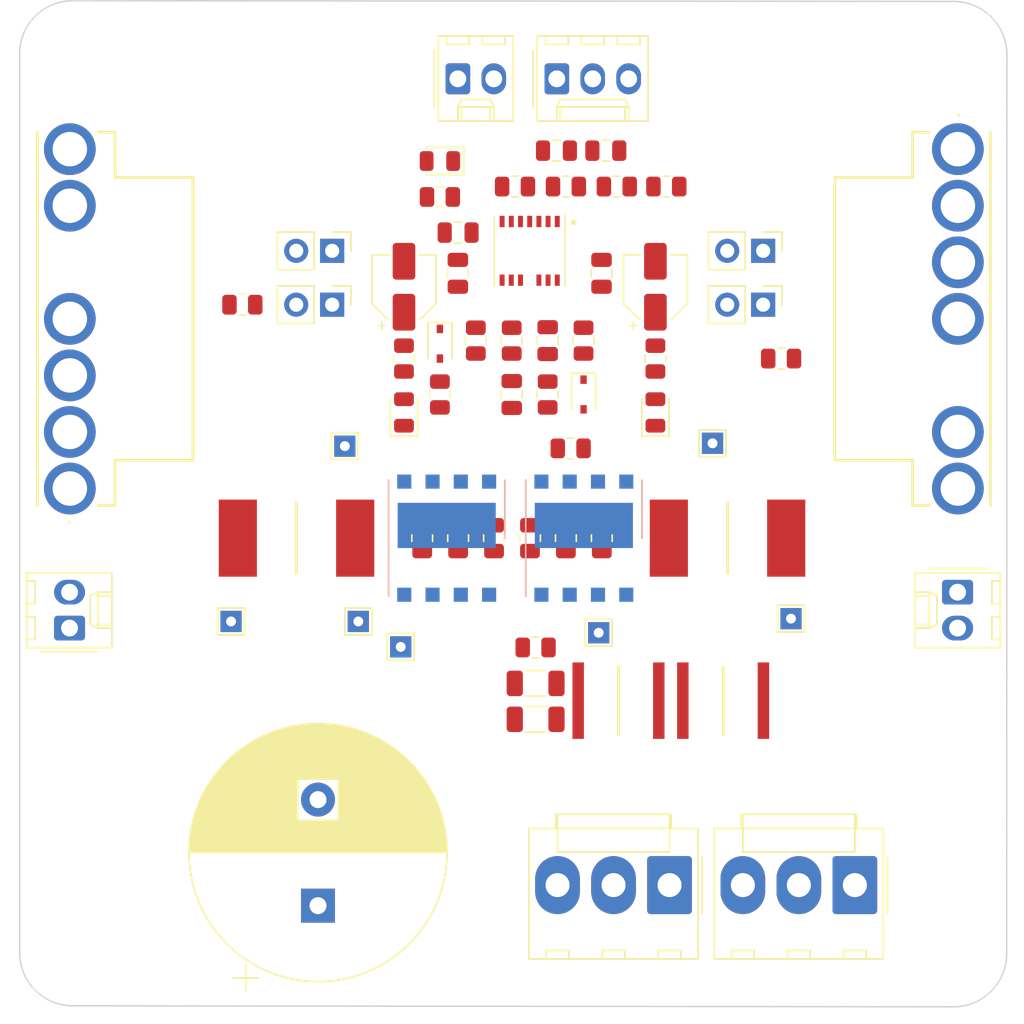
<source format=kicad_pcb>
(kicad_pcb (version 20211014) (generator pcbnew)
  (layers (0 "F.Cu" mixed) (1 "In1.Cu" power "Mid.1") (2 "In2.Cu" power "Mid.2") (31 "B.Cu" mixed) (34 "B.Paste" user) (35 "F.Paste" user) (36 "B.SilkS" user "B.Silkscreen") (37 "F.SilkS" user "F.Silkscreen") (38 "B.Mask" user) (39 "F.Mask" user) (44 "Edge.Cuts" user))
  (net 0 "")
  (net 1 "GND")
  (net 2 "+3.3V")
  (net 3 "VCCA")
  (net 4 "VCCB")
  (net 5 "GND1")
  (net 6 "LED1")
  (net 7 "Net-(C5-Pad1)")
  (net 8 "Net-(C5-Pad2)")
  (net 9 "GND2")
  (net 10 "OUTA")
  (net 11 "GND3")
  (net 12 "Net-(D1-Pad2)")
  (net 13 "Net-(D2-Pad2)")
  (net 14 "Net-(D5-Pad2)")
  (net 15 "Net-(D6-Pad2)")
  (net 16 "Net-(D7-Pad2)")
  (net 17 "Net-(FB3-Pad1)")
  (net 18 "Net-(Q2-Pad8)")
  (net 19 "Net-(J2-Pad1)")
  (net 20 "Net-(J2-Pad3)")
  (net 21 "Net-(FB4-Pad1)")
  (net 22 "HVDC+")
  (net 23 "PWM1")
  (net 24 "PWM2")
  (net 25 "OUTB")
  (net 26 "Net-(C15-Pad2)")
  (net 27 "LED2")
  (net 28 "Net-(C16-Pad2)")
  (net 29 "Net-(C4-Pad2)")
  (net 30 "Net-(J1-Pad1)")
  (net 31 "Net-(J9-Pad1)")
  (net 32 "Net-(Q2-Pad5)")
  (net 33 "Net-(R17-Pad2)")
  (net 35 "Net-(J10-Pad2)")
  (footprint "LED_SMD:LED_0805_2012Metric" (layer "F.Cu") (at 131.37 59.64 180)
    (fp_text reference "D5" hide)
    (fp_text value "LED")
    (pad "1" smd roundrect (at -0.9375 0 180) (size 0.975 1.4) (layers "F.Cu" "F.Paste" "F.Mask") (net 1 "GND"))
    (pad "2" smd roundrect (at 0.9375 0 180) (size 0.975 1.4) (layers "F.Cu" "F.Paste" "F.Mask") (net 14 "Net-(D5-Pad2)"))
  )
  (footprint "Connector_Molex:Molex_KK-254_AE-6410-03A_1x03_P2.54mm_Vertical" (layer "F.Cu") (at 139.63715 53.825)
    (fp_text reference "J2" hide)
    (fp_text value "PWM")
    (pad "1" thru_hole roundrect (at 0 0) (size 1.74 2.19) (drill 1.19) (layers *.Cu *.Mask) (roundrect_rratio 0.143678) (net 19 "Net-(J2-Pad1)"))
    (pad "2" thru_hole oval (at 2.54 0) (size 1.74 2.19) (drill 1.19) (layers *.Cu *.Mask) (net 1 "GND"))
    (pad "3" thru_hole oval (at 5.08 0) (size 1.74 2.19) (drill 1.19) (layers *.Cu *.Mask) (net 20 "Net-(J2-Pad3)"))
  )
  (footprint "MountingHole:MountingHole_3.2mm_M3" (layer "F.Cu") (at 167.530036 52.07)
    (fp_text reference "H3" hide)
    (fp_text value "MountingHole")
    (pad "" np_thru_hole circle (at 0 0) (size 3.2 3.2) (drill 3.2) (layers *.Cu *.Mask))
  )
  (footprint "Resistor_SMD:R_0805_2012Metric" (layer "F.Cu") (at 143.880592 61.445 180)
    (fp_text reference "R16" hide)
    (fp_text value "10k")
    (pad "1" smd roundrect (at -0.9125 0 180) (size 1.025 1.4) (layers "F.Cu" "F.Paste" "F.Mask") (roundrect_rratio 0.243902) (net 23 "PWM1"))
    (pad "2" smd roundrect (at 0.9125 0 180) (size 1.025 1.4) (layers "F.Cu" "F.Paste" "F.Mask") (roundrect_rratio 0.243902) (net 1 "GND"))
  )
  (footprint "Connector_PinHeader_2.54mm:PinHeader_1x02_P2.54mm_Vertical" (layer "F.Cu") (at 123.75 69.8 -90)
    (fp_text reference "J6" hide)
    (fp_text value "5V")
    (pad "1" thru_hole rect (at 0 0 270) (size 1.7 1.7) (drill 1) (layers *.Cu *.Mask) (net 27 "LED2"))
    (pad "2" thru_hole oval (at 0 2.54 270) (size 1.7 1.7) (drill 1) (layers *.Cu *.Mask) (net 4 "VCCB"))
  )
  (footprint "Capacitor_THT:CP_Radial_D18.0mm_P7.50mm" (layer "F.Cu") (at 122.75 112.3 90)
    (fp_text reference "C10" hide)
    (fp_text value "100uF/450V")
    (pad "1" thru_hole rect (at 0 0 90) (size 2.4 2.4) (drill 1.2) (layers *.Cu *.Mask) (net 22 "HVDC+"))
    (pad "2" thru_hole circle (at 7.5 0 90) (size 2.4 2.4) (drill 1.2) (layers *.Cu *.Mask) (net 11 "GND3"))
  )
  (footprint "Resistor_SMD:R_0805_2012Metric" (layer "F.Cu") (at 128.83 73.61 90)
    (fp_text reference "R12" hide)
    (fp_text value "4.7k")
    (pad "1" smd roundrect (at -0.9125 0 90) (size 1.025 1.4) (layers "F.Cu" "F.Paste" "F.Mask") (roundrect_rratio 0.243902) (net 16 "Net-(D7-Pad2)"))
    (pad "2" smd roundrect (at 0.9125 0 90) (size 1.025 1.4) (layers "F.Cu" "F.Paste" "F.Mask") (roundrect_rratio 0.243902) (net 27 "LED2"))
  )
  (footprint "Capacitor_SMD:CP_Elec_4x5.8" (layer "F.Cu") (at 128.83 68.53 90)
    (fp_text reference "C16" hide)
    (fp_text value "10uF/35V")
    (pad "1" smd roundrect (at -1.8 0 90) (size 2.6 1.6) (layers "F.Cu" "F.Paste" "F.Mask") (roundrect_rratio 0.15625) (net 27 "LED2"))
    (pad "2" smd roundrect (at 1.8 0 90) (size 2.6 1.6) (layers "F.Cu" "F.Paste" "F.Mask") (roundrect_rratio 0.15625) (net 28 "Net-(C16-Pad2)"))
  )
  (footprint "2EDF7275KXUMA1:2EDF7275KXUMA1" (layer "F.Cu") (at 137.72 65.99 180)
    (fp_text reference "IC1" hide)
    (fp_text value "2EDF7275KXUMA1" hide)
    (pad "1" smd rect (at -1.95 2.075 180) (size 0.35 0.8) (layers "F.Cu" "F.Paste" "F.Mask") (net 1 "GND"))
    (pad "2" smd rect (at -1.3 2.075 180) (size 0.35 0.8) (layers "F.Cu" "F.Paste" "F.Mask") (net 23 "PWM1"))
    (pad "3" smd rect (at -0.65 2.075 180) (size 0.35 0.8) (layers "F.Cu" "F.Paste" "F.Mask") (net 24 "PWM2"))
    (pad "4" smd rect (at 0 2.075 180) (size 0.35 0.8) (layers "F.Cu" "F.Paste" "F.Mask") (net 1 "GND"))
    (pad "5" smd rect (at 0.65 2.075 180) (size 0.35 0.8) (layers "F.Cu" "F.Paste" "F.Mask") (net 1 "GND"))
    (pad "6" smd rect (at 1.3 2.075 180) (size 0.35 0.8) (layers "F.Cu" "F.Paste" "F.Mask"))
    (pad "7" smd rect (at 1.95 2.075 180) (size 0.35 0.8) (layers "F.Cu" "F.Paste" "F.Mask") (net 2 "+3.3V"))
    (pad "8" smd rect (at 1.95 -2.075 180) (size 0.35 0.8) (layers "F.Cu" "F.Paste" "F.Mask") (net 28 "Net-(C16-Pad2)"))
    (pad "9" smd rect (at 1.3 -2.075 180) (size 0.35 0.8) (layers "F.Cu" "F.Paste" "F.Mask") (net 25 "OUTB"))
    (pad "10" smd rect (at 0.65 -2.075 180) (size 0.35 0.8) (layers "F.Cu" "F.Paste" "F.Mask") (net 27 "LED2"))
    (pad "11" smd rect (at -0.65 -2.075 180) (size 0.35 0.8) (layers "F.Cu" "F.Paste" "F.Mask") (net 26 "Net-(C15-Pad2)"))
    (pad "12" smd rect (at -1.3 -2.075 180) (size 0.35 0.8) (layers "F.Cu" "F.Paste" "F.Mask") (net 10 "OUTA"))
    (pad "13" smd rect (at -1.95 -2.075 180) (size 0.35 0.8) (layers "F.Cu" "F.Paste" "F.Mask") (net 6 "LED1"))
  )
  (footprint "Resistor_SMD:R_0805_2012Metric" (layer "F.Cu") (at 138.14 94.04 180)
    (fp_text reference "R8" hide)
    (fp_text value "500k")
    (pad "1" smd roundrect (at -0.9125 0 180) (size 1.025 1.4) (layers "F.Cu" "F.Paste" "F.Mask") (roundrect_rratio 0.243902) (net 22 "HVDC+"))
    (pad "2" smd roundrect (at 0.9125 0 180) (size 1.025 1.4) (layers "F.Cu" "F.Paste" "F.Mask") (roundrect_rratio 0.243902) (net 11 "GND3"))
  )
  (footprint "Capacitor_SMD:C_0805_2012Metric" (layer "F.Cu") (at 132.66 64.7)
    (fp_text reference "C1" hide)
    (fp_text value "100nF")
    (pad "1" smd roundrect (at -0.95 0) (size 1 1.45) (layers "F.Cu" "F.Paste" "F.Mask") (net 1 "GND"))
    (pad "2" smd roundrect (at 0.95 0) (size 1 1.45) (layers "F.Cu" "F.Paste" "F.Mask") (net 2 "+3.3V"))
  )
  (footprint "CGA9P4X7T2W105K250KA:CAPC5750X280N" (layer "F.Cu") (at 151.4 97.8 180)
    (fp_text reference "C9" hide)
    (fp_text value "1uF/450V" hide)
    (pad "1" smd rect (at -2.85 0 180) (size 0.81 5.41) (layers "F.Cu" "F.Paste" "F.Mask") (net 22 "HVDC+"))
    (pad "2" smd rect (at 2.85 0 180) (size 0.81 5.41) (layers "F.Cu" "F.Paste" "F.Mask") (net 11 "GND3"))
  )
  (footprint "TestPoint:TestPoint_THTPad_1.5x1.5mm_Drill0.7mm" (layer "F.Cu") (at 156.2 92)
    (fp_text reference "TP6" hide)
    (fp_text value "TestPoint_Alt")
    (pad "1" thru_hole rect (at 0 0) (size 1.5 1.5) (drill 0.7) (layers *.Cu *.Mask) (net 22 "HVDC+"))
  )
  (footprint "TestPoint:TestPoint_THTPad_1.5x1.5mm_Drill0.7mm" (layer "F.Cu") (at 116.6 92.2)
    (fp_text reference "TP7" hide)
    (fp_text value "TestPoint_Alt")
    (pad "1" thru_hole rect (at 0 0) (size 1.5 1.5) (drill 0.7) (layers *.Cu *.Mask) (net 11 "GND3"))
  )
  (footprint "Resistor_SMD:R_0805_2012Metric" (layer "F.Cu") (at 136.682936 61.445)
    (fp_text reference "R13" hide)
    (fp_text value "100")
    (pad "1" smd roundrect (at -0.9125 0) (size 1.025 1.4) (layers "F.Cu" "F.Paste" "F.Mask") (roundrect_rratio 0.243902) (net 19 "Net-(J2-Pad1)"))
    (pad "2" smd roundrect (at 0.9125 0) (size 1.025 1.4) (layers "F.Cu" "F.Paste" "F.Mask") (roundrect_rratio 0.243902) (net 24 "PWM2"))
  )
  (footprint "Resistor_SMD:R_0805_2012Metric" (layer "F.Cu") (at 141.53 72.34 -90)
    (fp_text reference "R1" hide)
    (fp_text value "470")
    (pad "1" smd roundrect (at -0.9125 0 270) (size 1.025 1.4) (layers "F.Cu" "F.Paste" "F.Mask") (roundrect_rratio 0.243902) (net 25 "OUTB"))
    (pad "2" smd roundrect (at 0.9125 0 270) (size 1.025 1.4) (layers "F.Cu" "F.Paste" "F.Mask") (roundrect_rratio 0.243902) (net 18 "Net-(Q2-Pad8)"))
  )
  (footprint "Resistor_SMD:R_0805_2012Metric" (layer "F.Cu") (at 133.91 72.34 -90)
    (fp_text reference "R3" hide)
    (fp_text value "470")
    (pad "1" smd roundrect (at -0.9125 0 270) (size 1.025 1.4) (layers "F.Cu" "F.Paste" "F.Mask") (roundrect_rratio 0.243902) (net 10 "OUTA"))
    (pad "2" smd roundrect (at 0.9125 0 270) (size 1.025 1.4) (layers "F.Cu" "F.Paste" "F.Mask") (roundrect_rratio 0.243902) (net 8 "Net-(C5-Pad2)"))
  )
  (footprint "CGA9P4X7T2W105K250KA:CAPC5750X280N" (layer "F.Cu") (at 144 97.8)
    (fp_text reference "C8" hide)
    (fp_text value "1uF/450V" hide)
    (pad "1" smd rect (at -2.85 0) (size 0.81 5.41) (layers "F.Cu" "F.Paste" "F.Mask") (net 22 "HVDC+"))
    (pad "2" smd rect (at 2.85 0) (size 0.81 5.41) (layers "F.Cu" "F.Paste" "F.Mask") (net 11 "GND3"))
  )
  (footprint "LED_SMD:LED_0805_2012Metric" (layer "F.Cu") (at 146.61 77.42 90)
    (fp_text reference "D6" hide)
    (fp_text value "LED")
    (pad "1" smd roundrect (at -0.9375 0 90) (size 0.975 1.4) (layers "F.Cu" "F.Paste" "F.Mask") (net 5 "GND1"))
    (pad "2" smd roundrect (at 0.9375 0 90) (size 0.975 1.4) (layers "F.Cu" "F.Paste" "F.Mask") (net 15 "Net-(D6-Pad2)"))
  )
  (footprint "TestPoint:TestPoint_THTPad_1.5x1.5mm_Drill0.7mm" (layer "F.Cu") (at 128.6 94)
    (fp_text reference "TP4" hide)
    (fp_text value "TestPoint_Alt")
    (pad "1" thru_hole rect (at 0 0) (size 1.5 1.5) (drill 0.7) (layers *.Cu *.Mask) (net 30 "Net-(J1-Pad1)"))
  )
  (footprint "Resistor_SMD:R_0805_2012Metric" (layer "F.Cu") (at 131.37 62.18)
    (fp_text reference "R10" hide)
    (fp_text value "4.7k")
    (pad "1" smd roundrect (at -0.9125 0) (size 1.025 1.4) (layers "F.Cu" "F.Paste" "F.Mask") (roundrect_rratio 0.243902) (net 14 "Net-(D5-Pad2)"))
    (pad "2" smd roundrect (at 0.9125 0) (size 1.025 1.4) (layers "F.Cu" "F.Paste" "F.Mask") (roundrect_rratio 0.243902) (net 2 "+3.3V"))
  )
  (footprint "Resistor_SMD:R_0805_2012Metric" (layer "F.Cu") (at 132.66 86.31 -90)
    (fp_text reference "R17" hide)
    (fp_text value "1R")
    (pad "1" smd roundrect (at -0.9125 0 270) (size 1.025 1.4) (layers "F.Cu" "F.Paste" "F.Mask") (roundrect_rratio 0.243902) (net 32 "Net-(Q2-Pad5)"))
    (pad "2" smd roundrect (at 0.9125 0 270) (size 1.025 1.4) (layers "F.Cu" "F.Paste" "F.Mask") (roundrect_rratio 0.243902) (net 33 "Net-(R17-Pad2)"))
  )
  (footprint "Resistor_SMD:R_0805_2012Metric" (layer "F.Cu") (at 136.45 72.34 -90)
    (fp_text reference "R2" hide)
    (fp_text value "10")
    (pad "1" smd roundrect (at -0.9125 0 270) (size 1.025 1.4) (layers "F.Cu" "F.Paste" "F.Mask") (roundrect_rratio 0.243902) (net 10 "OUTA"))
    (pad "2" smd roundrect (at 0.9125 0 270) (size 1.025 1.4) (layers "F.Cu" "F.Paste" "F.Mask") (roundrect_rratio 0.243902) (net 7 "Net-(C5-Pad1)"))
  )
  (footprint "Connector_Molex:Molex_KK-254_AE-6410-02A_1x02_P2.54mm_Vertical" (layer "F.Cu") (at 132.64 53.825)
    (fp_text reference "J4" hide)
    (fp_text value "3.3V")
    (pad "1" thru_hole roundrect (at 0 0) (size 1.74 2.19) (drill 1.19) (layers *.Cu *.Mask) (roundrect_rratio 0.143678) (net 2 "+3.3V"))
    (pad "2" thru_hole oval (at 2.54 0) (size 1.74 2.19) (drill 1.19) (layers *.Cu *.Mask) (net 1 "GND"))
  )
  (footprint "Connector_PinHeader_2.54mm:PinHeader_1x02_P2.54mm_Vertical" (layer "F.Cu") (at 123.75 65.99 -90)
    (fp_text reference "J7" hide)
    (fp_text value "GND2")
    (pad "1" thru_hole rect (at 0 0 270) (size 1.7 1.7) (drill 1) (layers *.Cu *.Mask) (net 28 "Net-(C16-Pad2)"))
    (pad "2" thru_hole oval (at 0 2.54 270) (size 1.7 1.7) (drill 1) (layers *.Cu *.Mask) (net 9 "GND2"))
  )
  (footprint "Resistor_SMD:R_0805_2012Metric" (layer "F.Cu") (at 131.37 76.15 90)
    (fp_text reference "R5" hide)
    (fp_text value "5.1")
    (pad "1" smd roundrect (at -0.9125 0 90) (size 1.025 1.4) (layers "F.Cu" "F.Paste" "F.Mask") (roundrect_rratio 0.243902) (net 12 "Net-(D1-Pad2)"))
    (pad "2" smd roundrect (at 0.9125 0 90) (size 1.025 1.4) (layers "F.Cu" "F.Paste" "F.Mask") (roundrect_rratio 0.243902) (net 7 "Net-(C5-Pad1)"))
  )
  (footprint "Capacitor_SMD:C_0805_2012Metric" (layer "F.Cu") (at 143.102936 58.905)
    (fp_text reference "C14" hide)
    (fp_text value "100nF")
    (pad "1" smd roundrect (at -0.95 0) (size 1 1.45) (layers "F.Cu" "F.Paste" "F.Mask") (net 1 "GND"))
    (pad "2" smd roundrect (at 0.95 0) (size 1 1.45) (layers "F.Cu" "F.Paste" "F.Mask") (net 23 "PWM1"))
  )
  (footprint "Resistor_SMD:R_0805_2012Metric" (layer "F.Cu") (at 155.5 73.61)
    (fp_text reference "FB4" hide)
    (fp_text value "fb")
    (pad "1" smd roundrect (at -0.9125 0) (size 1.025 1.4) (layers "F.Cu" "F.Paste" "F.Mask") (roundrect_rratio 0.243902) (net 21 "Net-(FB4-Pad1)"))
    (pad "2" smd roundrect (at 0.9125 0) (size 1.025 1.4) (layers "F.Cu" "F.Paste" "F.Mask") (roundrect_rratio 0.243902) (net 3 "VCCA"))
  )
  (footprint "Resistor_SMD:R_0805_2012Metric" (layer "F.Cu") (at 138.99 76.15 -90)
    (fp_text reference "R4" hide)
    (fp_text value "10")
    (pad "1" smd roundrect (at -0.9125 0 270) (size 1.025 1.4) (layers "F.Cu" "F.Paste" "F.Mask") (roundrect_rratio 0.243902) (net 29 "Net-(C4-Pad2)"))
    (pad "2" smd roundrect (at 0.9125 0 270) (size 1.025 1.4) (layers "F.Cu" "F.Paste" "F.Mask") (roundrect_rratio 0.243902) (net 18 "Net-(Q2-Pad8)"))
  )
  (footprint "Resistor_SMD:R_0805_2012Metric" (layer "F.Cu") (at 146.61 73.61 90)
    (fp_text reference "R11" hide)
    (fp_text value "4.7k")
    (pad "1" smd roundrect (at -0.9125 0 90) (size 1.025 1.4) (layers "F.Cu" "F.Paste" "F.Mask") (roundrect_rratio 0.243902) (net 15 "Net-(D6-Pad2)"))
    (pad "2" smd roundrect (at 0.9125 0 90) (size 1.025 1.4) (layers "F.Cu" "F.Paste" "F.Mask") (roundrect_rratio 0.243902) (net 6 "LED1"))
  )
  (footprint "Capacitor_SMD:C_0805_2012Metric" (layer "F.Cu") (at 139.612936 58.905 180)
    (fp_text reference "C13" hide)
    (fp_text value "100nF")
    (pad "1" smd roundrect (at -0.95 0 180) (size 1 1.45) (layers "F.Cu" "F.Paste" "F.Mask") (net 1 "GND"))
    (pad "2" smd roundrect (at 0.95 0 180) (size 1 1.45) (layers "F.Cu" "F.Paste" "F.Mask") (net 24 "PWM2"))
  )
  (footprint "Connector_PinHeader_2.54mm:PinHeader_1x02_P2.54mm_Vertical" (layer "F.Cu") (at 154.23 69.8 -90)
    (fp_text reference "J5" hide)
    (fp_text value "5V")
    (pad "1" thru_hole rect (at 0 0 270) (size 1.7 1.7) (drill 1) (layers *.Cu *.Mask) (net 3 "VCCA"))
    (pad "2" thru_hole oval (at 0 2.54 270) (size 1.7 1.7) (drill 1) (layers *.Cu *.Mask) (net 6 "LED1"))
  )
  (footprint "Capacitor_SMD:C_0805_2012Metric" (layer "F.Cu") (at 136.45 76.15 -90)
    (fp_text reference "C5" hide)
    (fp_text value "2.2nF")
    (pad "1" smd roundrect (at -0.95 0 270) (size 1 1.45) (layers "F.Cu" "F.Paste" "F.Mask") (net 7 "Net-(C5-Pad1)"))
    (pad "2" smd roundrect (at 0.95 0 270) (size 1 1.45) (layers "F.Cu" "F.Paste" "F.Mask") (net 8 "Net-(C5-Pad2)"))
  )
  (footprint "Connector_Molex:Molex_KK-254_AE-6410-02A_1x02_P2.54mm_Vertical" (layer "F.Cu") (at 167.98 90.13 -90)
    (fp_text reference "J9" hide)
    (fp_text value "To_amplifier")
    (pad "1" thru_hole roundrect (at 0 0 270) (size 1.74 2.19) (drill 1.19) (layers *.Cu *.Mask) (roundrect_rratio 0.143678) (net 31 "Net-(J9-Pad1)"))
    (pad "2" thru_hole oval (at 2.54 0 270) (size 1.74 2.19) (drill 1.19) (layers *.Cu *.Mask) (net 22 "HVDC+"))
  )
  (footprint "Resistor_SMD:R_0805_2012Metric" (layer "F.Cu") (at 130.12 86.31 -90)
    (fp_text reference "R20" hide)
    (fp_text value "1R")
    (pad "1" smd roundrect (at -0.9125 0 270) (size 1.025 1.4) (layers "F.Cu" "F.Paste" "F.Mask") (roundrect_rratio 0.243902) (net 32 "Net-(Q2-Pad5)"))
    (pad "2" smd roundrect (at 0.9125 0 270) (size 1.025 1.4) (layers "F.Cu" "F.Paste" "F.Mask") (roundrect_rratio 0.243902) (net 33 "Net-(R17-Pad2)"))
  )
  (footprint "footprint:RESC10052X50N" (layer "F.Cu") (at 121.23 86.31 180)
    (fp_text reference "R9" hide)
    (fp_text value "WSLP3921L1000FEA" hide)
    (pad "1" smd rect (at -4.15 0 180) (size 2.7 5.45) (layers "F.Cu" "F.Paste" "F.Mask") (net 35 "Net-(J10-Pad2)"))
    (pad "2" smd rect (at 4.15 0 180) (size 2.7 5.45) (layers "F.Cu" "F.Paste" "F.Mask") (net 11 "GND3"))
  )
  (footprint "MountingHole:MountingHole_3.2mm_M3" (layer "F.Cu") (at 105.41 52.07)
    (fp_text reference "H4" hide)
    (fp_text value "MountingHole")
    (pad "" np_thru_hole circle (at 0 0) (size 3.2 3.2) (drill 3.2) (layers *.Cu *.Mask))
  )
  (footprint "Resistor_SMD:R_0805_2012Metric" (layer "F.Cu") (at 137.74 86.31 -90)
    (fp_text reference "R22" hide)
    (fp_text value "NC")
    (pad "1" smd roundrect (at -0.9125 0 270) (size 1.025 1.4) (layers "F.Cu" "F.Paste" "F.Mask") (roundrect_rratio 0.243902) (net 32 "Net-(Q2-Pad5)"))
    (pad "2" smd roundrect (at 0.9125 0 270) (size 1.025 1.4) (layers "F.Cu" "F.Paste" "F.Mask") (roundrect_rratio 0.243902) (net 33 "Net-(R17-Pad2)"))
  )
  (footprint "Diode_SMD:D_SOD-323" (layer "F.Cu") (at 141.53 76.15 -90)
    (fp_text reference "D2" hide)
    (fp_text value "BAT165")
    (pad "1" smd rect (at -1.05 0 270) (size 0.6 0.45) (layers "F.Cu" "F.Paste" "F.Mask") (net 29 "Net-(C4-Pad2)"))
    (pad "2" smd rect (at 1.05 0 270) (size 0.6 0.45) (layers "F.Cu" "F.Paste" "F.Mask") (net 13 "Net-(D2-Pad2)"))
  )
  (footprint "Capacitor_SMD:C_0805_2012Metric" (layer "F.Cu") (at 138.99 72.34 -90)
    (fp_text reference "C4" hide)
    (fp_text value "2.2nF")
    (pad "1" smd roundrect (at -0.95 0 270) (size 1 1.45) (layers "F.Cu" "F.Paste" "F.Mask") (net 25 "OUTB"))
    (pad "2" smd roundrect (at 0.95 0 270) (size 1 1.45) (layers "F.Cu" "F.Paste" "F.Mask") (net 29 "Net-(C4-Pad2)"))
  )
  (footprint "Connector_Molex:Molex_KK-396_A-41791-0003_1x03_P3.96mm_Vertical" (layer "F.Cu") (at 147.61 110.845 180)
    (fp_text reference "J3" hide)
    (fp_text value "HVDC2")
    (pad "1" thru_hole roundrect (at 0 0 180) (size 3.16 4.1) (drill 1.7) (layers *.Cu *.Mask) (roundrect_rratio 0.079114) (net 30 "Net-(J1-Pad1)"))
    (pad "2" thru_hole oval (at 3.96 0 180) (size 3.16 4.1) (drill 1.7) (layers *.Cu *.Mask) (net 11 "GND3"))
    (pad "3" thru_hole oval (at 7.92 0 180) (size 3.16 4.1) (drill 1.7) (layers *.Cu *.Mask) (net 22 "HVDC+"))
  )
  (footprint "Resistor_SMD:R_0805_2012Metric" (layer "F.Cu") (at 147.382936 61.445 180)
    (fp_text reference "R14" hide)
    (fp_text value "100")
    (pad "1" smd roundrect (at -0.9125 0 180) (size 1.025 1.4) (layers "F.Cu" "F.Paste" "F.Mask") (roundrect_rratio 0.243902) (net 20 "Net-(J2-Pad3)"))
    (pad "2" smd roundrect (at 0.9125 0 180) (size 1.025 1.4) (layers "F.Cu" "F.Paste" "F.Mask") (roundrect_rratio 0.243902) (net 23 "PWM1"))
  )
  (footprint "TestPoint:TestPoint_THTPad_1.5x1.5mm_Drill0.7mm" (layer "F.Cu") (at 124.65 79.8)
    (fp_text reference "TP2" hide)
    (fp_text value "TestPoint_Alt")
    (pad "1" thru_hole rect (at 0 0) (size 1.5 1.5) (drill 0.7) (layers *.Cu *.Mask) (net 18 "Net-(Q2-Pad8)"))
  )
  (footprint "TestPoint:TestPoint_THTPad_1.5x1.5mm_Drill0.7mm" (layer "F.Cu") (at 125.6 92.2)
    (fp_text reference "TP5" hide)
    (fp_text value "TestPoint_Alt")
    (pad "1" thru_hole rect (at 0 0) (size 1.5 1.5) (drill 0.7) (layers *.Cu *.Mask) (net 35 "Net-(J10-Pad2)"))
  )
  (footprint "LED_SMD:LED_0805_2012Metric" (layer "F.Cu") (at 128.83 77.42 90)
    (fp_text reference "D7" hide)
    (fp_text value "LED")
    (pad "1" smd roundrect (at -0.9375 0 90) (size 0.975 1.4) (layers "F.Cu" "F.Paste" "F.Mask") (net 9 "GND2"))
    (pad "2" smd roundrect (at 0.9375 0 90) (size 0.975 1.4) (layers "F.Cu" "F.Paste" "F.Mask") (net 16 "Net-(D7-Pad2)"))
  )
  (footprint "Resistor_SMD:R_0805_2012Metric" (layer "F.Cu") (at 140.281764 61.445)
    (fp_text reference "R15" hide)
    (fp_text value "10k")
    (pad "1" smd roundrect (at -0.9125 0) (size 1.025 1.4) (layers "F.Cu" "F.Paste" "F.Mask") (roundrect_rratio 0.243902) (net 24 "PWM2"))
    (pad "2" smd roundrect (at 0.9125 0) (size 1.025 1.4) (layers "F.Cu" "F.Paste" "F.Mask") (roundrect_rratio 0.243902) (net 1 "GND"))
  )
  (footprint "TestPoint:TestPoint_THTPad_1.5x1.5mm_Drill0.7mm" (layer "F.Cu") (at 150.65 79.6)
    (fp_text reference "TP1" hide)
    (fp_text value "TestPoint_Alt")
    (pad "1" thru_hole rect (at 0 0) (size 1.5 1.5) (drill 0.7) (layers *.Cu *.Mask) (net 8 "Net-(C5-Pad2)"))
  )
  (footprint "Capacitor_SMD:C_1206_3216Metric" (layer "F.Cu") (at 138.14 99.12 180)
    (fp_text reference "C7" hide)
    (fp_text value "100nF/630V")
    (pad "1" smd roundrect (at -1.475 0 180) (size 1.15 1.8) (layers "F.Cu" "F.Paste" "F.Mask") (roundrect_rratio 0.217391) (net 22 "HVDC+"))
    (pad "2" smd roundrect (at 1.475 0 180) (size 1.15 1.8) (layers "F.Cu" "F.Paste" "F.Mask") (roundrect_rratio 0.217391) (net 11 "GND3"))
  )
  (footprint "footprint:RESC10052X50N" (layer "F.Cu") (at 151.71 86.31)
    (fp_text reference "R7" hide)
    (fp_text value "WSLP3921L1000FEA" hide)
    (pad "1" smd rect (at -4.15 0) (size 2.7 5.45) (layers "F.Cu" "F.Paste" "F.Mask") (net 31 "Net-(J9-Pad1)"))
    (pad "2" smd rect (at 4.15 0) (size 2.7 5.45) (layers "F.Cu" "F.Paste" "F.Mask") (net 22 "HVDC+"))
  )
  (footprint "Resistor_SMD:R_0805_2012Metric" (layer "F.Cu") (at 142.82 86.31 -90)
    (fp_text reference "R18" hide)
    (fp_text value "1R")
    (pad "1" smd roundrect (at -0.9125 0 270) (size 1.025 1.4) (layers "F.Cu" "F.Paste" "F.Mask") (roundrect_rratio 0.243902) (net 32 "Net-(Q2-Pad5)"))
    (pad "2" smd roundrect (at 0.9125 0 270) (size 1.025 1.4) (layers "F.Cu" "F.Paste" "F.Mask") (roundrect_rratio 0.243902) (net 33 "Net-(R17-Pad2)"))
  )
  (footprint "Diode_SMD:D_SOD-323" (layer "F.Cu") (at 131.37 72.56 -90)
    (fp_text reference "D1" hide)
    (fp_text value "BAT165")
    (pad "1" smd rect (at -1.05 0 270) (size 0.6 0.45) (layers "F.Cu" "F.Paste" "F.Mask") (net 10 "OUTA"))
    (pad "2" smd rect (at 1.05 0 270) (size 0.6 0.45) (layers "F.Cu" "F.Paste" "F.Mask") (net 12 "Net-(D1-Pad2)"))
  )
  (footprint "Connector_Molex:Molex_KK-396_A-41791-0003_1x03_P3.96mm_Vertical" (layer "F.Cu") (at 160.714 110.845 180)
    (fp_text reference "J1" hide)
    (fp_text value "HVDC1")
    (pad "1" thru_hole roundrect (at 0 0 180) (size 3.16 4.1) (drill 1.7) (layers *.Cu *.Mask) (roundrect_rratio 0.079114) (net 30 "Net-(J1-Pad1)"))
    (pad "2" thru_hole oval (at 3.96 0 180) (size 3.16 4.1) (drill 1.7) (layers *.Cu *.Mask) (net 11 "GND3"))
    (pad "3" thru_hole oval (at 7.92 0 180) (size 3.16 4.1) (drill 1.7) (layers *.Cu *.Mask) (net 22 "HVDC+"))
  )
  (footprint "MountingHole:MountingHole_3.2mm_M3" (layer "F.Cu") (at 167.530036 115.628314)
    (fp_text reference "H1" hide)
    (fp_text value "MountingHole")
    (pad "" np_thru_hole circle (at 0 0) (size 3.2 3.2) (drill 3.2) (layers *.Cu *.Mask))
  )
  (footprint "Capacitor_SMD:C_0805_2012Metric" (layer "F.Cu") (at 132.64 67.58 -90)
    (fp_text reference "C3" hide)
    (fp_text value "1uF")
    (pad "1" smd roundrect (at -0.95 0 270) (size 1 1.45) (layers "F.Cu" "F.Paste" "F.Mask") (net 28 "Net-(C16-Pad2)"))
    (pad "2" smd roundrect (at 0.95 0 270) (size 1 1.45) (layers "F.Cu" "F.Paste" "F.Mask") (net 27 "LED2"))
  )
  (footprint "Resistor_SMD:R_0805_2012Metric" (layer "F.Cu") (at 140.28 86.31 -90)
    (fp_text reference "R19" hide)
    (fp_text value "1R")
    (pad "1" smd roundrect (at -0.9125 0 270) (size 1.025 1.4) (layers "F.Cu" "F.Paste" "F.Mask") (roundrect_rratio 0.243902) (net 32 "Net-(Q2-Pad5)"))
    (pad "2" smd roundrect (at 0.9125 0 270) (size 1.025 1.4) (layers "F.Cu" "F.Paste" "F.Mask") (roundrect_rratio 0.243902) (net 33 "Net-(R17-Pad2)"))
  )
  (footprint "Connector_PinHeader_2.54mm:PinHeader_1x02_P2.54mm_Vertical" (layer "F.Cu") (at 154.23 65.99 -90)
    (fp_text reference "J8" hide)
    (fp_text value "GND1")
    (pad "1" thru_hole rect (at 0 0 270) (size 1.7 1.7) (drill 1) (layers *.Cu *.Mask) (net 5 "GND1"))
    (pad "2" thru_hole oval (at 0 2.54 270) (size 1.7 1.7) (drill 1) (layers *.Cu *.Mask) (net 26 "Net-(C15-Pad2)"))
  )
  (footprint "Resistor_SMD:R_0805_2012Metric" (layer "F.Cu") (at 135.2 86.31 -90)
    (fp_text reference "R21" hide)
    (fp_text value "NC")
    (pad "1" smd roundrect (at -0.9125 0 270) (size 1.025 1.4) (layers "F.Cu" "F.Paste" "F.Mask") (roundrect_rratio 0.243902) (net 32 "Net-(Q2-Pad5)"))
    (pad "2" smd roundrect (at 0.9125 0 270) (size 1.025 1.4) (layers "F.Cu" "F.Paste" "F.Mask") (roundrect_rratio 0.243902) (net 33 "Net-(R17-Pad2)"))
  )
  (footprint "Connector_Molex:Molex_KK-254_AE-6410-02A_1x02_P2.54mm_Vertical" (layer "F.Cu") (at 105.18 92.67 90)
    (fp_text reference "J10" hide)
    (fp_text value "To_amplifier")
    (pad "1" thru_hole roundrect (at 0 0 90) (size 1.74 2.19) (drill 1.19) (layers *.Cu *.Mask) (roundrect_rratio 0.143678) (net 11 "GND3"))
    (pad "2" thru_hole oval (at 2.54 0 90) (size 1.74 2.19) (drill 1.19) (layers *.Cu *.Mask) (net 35 "Net-(J10-Pad2)"))
  )
  (footprint "footprint&lib:LS0513B05R3" (layer "F.Cu") (at 168 58.8 -90)
    (fp_text reference "PS2" hide)
    (fp_text value "LS05-13B05R3" hide)
    (pad "1" thru_hole circle locked (at 0 0 270) (size 3.66 3.66) (drill 2.44) (layers *.Cu *.Mask) (net 22 "HVDC+"))
    (pad "2" thru_hole circle locked (at 4 0 270) (size 3.66 3.66) (drill 2.44) (layers *.Cu *.Mask) (net 11 "GND3"))
    (pad "3" thru_hole circle locked (at 8 0 270) (size 3.66 3.66) (drill 2.44) (layers *.Cu *.Mask))
    (pad "4" thru_hole circle locked (at 12 0 270) (size 3.66 3.66) (drill 2.44) (layers *.Cu *.Mask))
    (pad "5" thru_hole circle locked (at 20 0 270) (size 3.66 3.66) (drill 2.44) (layers *.Cu *.Mask) (net 9 "GND2"))
    (pad "6" thru_hole circle locked (at 24 0 270) (size 3.66 3.66) (drill 2.44) (layers *.Cu *.Mask) (net 17 "Net-(FB3-Pad1)"))
  )
  (footprint "footprint&lib:LS0513B05R3" (layer "F.Cu") (at 105.2 82.8 90)
    (fp_text reference "PS1" hide)
    (fp_text value "LS05-13B05R3" hide)
    (pad "1" thru_hole circle locked (at 0 0 90) (size 3.66 3.66) (drill 2.44) (layers *.Cu *.Mask) (net 22 "HVDC+"))
    (pad "2" thru_hole circle locked (at 4 0 90) (size 3.66 3.66) (drill 2.44) (layers *.Cu *.Mask) (net 11 "GND3"))
    (pad "3" thru_hole circle locked (at 8 0 90) (size 3.66 3.66) (drill 2.44) (layers *.Cu *.Mask))
    (pad "4" thru_hole circle locked (at 12 0 90) (size 3.66 3.66) (drill 2.44) (layers *.Cu *.Mask))
    (pad "5" thru_hole circle locked (at 20 0 90) (size 3.66 3.66) (drill 2.44) (layers *.Cu *.Mask) (net 5 "GND1"))
    (pad "6" thru_hole circle locked (at 24 0 90) (size 3.66 3.66) (drill 2.44) (layers *.Cu *.Mask) (net 21 "Net-(FB4-Pad1)"))
  )
  (footprint "TestPoint:TestPoint_THTPad_1.5x1.5mm_Drill0.7mm" (layer "F.Cu") (at 142.6 93)
    (fp_text reference "TP3" hide)
    (fp_text value "TestPoint_Alt")
    (pad "1" thru_hole rect (at 0 0) (size 1.5 1.5) (drill 0.7) (layers *.Cu *.Mask) (net 31 "Net-(J9-Pad1)"))
  )
  (footprint "Resistor_SMD:R_0805_2012Metric" (layer "F.Cu") (at 117.4 69.8)
    (fp_text reference "FB3" hide)
    (fp_text value "fb")
    (pad "1" smd roundrect (at -0.9125 0) (size 1.025 1.4) (layers "F.Cu" "F.Paste" "F.Mask") (roundrect_rratio 0.243902) (net 17 "Net-(FB3-Pad1)"))
    (pad "2" smd roundrect (at 0.9125 0) (size 1.025 1.4) (layers "F.Cu" "F.Paste" "F.Mask") (roundrect_rratio 0.243902) (net 4 "VCCB"))
  )
  (footprint "Capacitor_SMD:C_0805_2012Metric" (layer "F.Cu") (at 142.8 67.58 -90)
    (fp_text reference "C2" hide)
    (fp_text value "1uF")
    (pad "1" smd roundrect (at -0.95 0 270) (size 1 1.45) (layers "F.Cu" "F.Paste" "F.Mask") (net 26 "Net-(C15-Pad2)"))
    (pad "2" smd roundrect (at 0.95 0 270) (size 1 1.45) (layers "F.Cu" "F.Paste" "F.Mask") (net 6 "LED1"))
  )
  (footprint "Capacitor_SMD:CP_Elec_4x5.8" (layer "F.Cu") (at 146.61 68.53 90)
    (fp_text reference "C15" hide)
    (fp_text value "10uF/35V")
    (pad "1" smd roundrect (at -1.8 0 90) (size 2.6 1.6) (layers "F.Cu" "F.Paste" "F.Mask") (roundrect_rratio 0.15625) (net 6 "LED1"))
    (pad "2" smd roundrect (at 1.8 0 90) (size 2.6 1.6) (layers "F.Cu" "F.Paste" "F.Mask") (roundrect_rratio 0.15625) (net 26 "Net-(C15-Pad2)"))
  )
  (footprint "MountingHole:MountingHole_3.2mm_M3" (layer "F.Cu") (at 105.479964 115.628314)
    (fp_text reference "H2" hide)
    (fp_text value "MountingHole")
    (pad "" np_thru_hole circle (at 0 0) (size 3.2 3.2) (drill 3.2) (layers *.Cu *.Mask))
  )
  (footprint "Capacitor_SMD:C_1206_3216Metric" (layer "F.Cu") (at 138.14 96.58 180)
    (fp_text reference "C6" hide)
    (fp_text value "100nF/630V")
    (pad "1" smd roundrect (at -1.475 0 180) (size 1.15 1.8) (layers "F.Cu" "F.Paste" "F.Mask") (roundrect_rratio 0.217391) (net 22 "HVDC+"))
    (pad "2" smd roundrect (at 1.475 0 180) (size 1.15 1.8) (layers "F.Cu" "F.Paste" "F.Mask") (roundrect_rratio 0.217391) (net 11 "GND3"))
  )
  (footprint "Resistor_SMD:R_0805_2012Metric" (layer "F.Cu") (at 140.6175 79.96 180)
    (fp_text reference "R6" hide)
    (fp_text value "5.1")
    (pad "1" smd roundrect (at -0.9125 0 180) (size 1.025 1.4) (layers "F.Cu" "F.Paste" "F.Mask") (roundrect_rratio 0.243902) (net 13 "Net-(D2-Pad2)"))
    (pad "2" smd roundrect (at 0.9125 0 180) (size 1.025 1.4) (layers "F.Cu" "F.Paste" "F.Mask") (roundrect_rratio 0.243902) (net 18 "Net-(Q2-Pad8)"))
  )
  (footprint "Package_SON:Infineon_PG-LSON-8-1" (layer "B.Cu") (at 141.55 86.31 90)
    (fp_text reference "Q1" hide)
    (fp_text value "IGLD60R190D1")
    (pad "1" smd rect (at -4 3 90) (size 1 1) (layers "B.Cu" "B.Paste" "B.Mask") (net 31 "Net-(J9-Pad1)"))
    (pad "2" smd rect (at -4 1 90) (size 1 1) (layers "B.Cu" "B.Paste" "B.Mask") (net 31 "Net-(J9-Pad1)"))
    (pad "3" smd rect (at -4 -1 90) (size 1 1) (layers "B.Cu" "B.Paste" "B.Mask") (net 31 "Net-(J9-Pad1)"))
    (pad "4" smd rect (at -4 -3 90) (size 1 1) (layers "B.Cu" "B.Paste" "B.Mask") (net 31 "Net-(J9-Pad1)"))
    (pad "5" smd rect (at 4 -3 90) (size 1 1) (layers "B.Cu" "B.Paste" "B.Mask") (net 30 "Net-(J1-Pad1)"))
    (pad "6" smd rect (at 4 -1 90) (size 1 1) (layers "B.Cu" "B.Paste" "B.Mask") (net 30 "Net-(J1-Pad1)"))
    (pad "7" smd rect (at 4 1 90) (size 1 1) (layers "B.Cu" "B.Paste" "B.Mask") (net 5 "GND1"))
    (pad "8" smd rect (at 4 3 90) (size 1 1) (layers "B.Cu" "B.Paste" "B.Mask") (net 8 "Net-(C5-Pad2)"))
    (pad "9" smd rect (at 0.9 0 90) (size 3.2 6.94) (layers "B.Cu" "B.Mask") (net 30 "Net-(J1-Pad1)"))
  )
  (footprint "Package_SON:Infineon_PG-LSON-8-1" (layer "B.Cu") (at 131.85 86.31 90)
    (fp_text reference "Q2" hide)
    (fp_text value "IGLD60R190D1")
    (pad "1" smd rect (at -4 3 90) (size 1 1) (layers "B.Cu" "B.Paste" "B.Mask") (net 30 "Net-(J1-Pad1)"))
    (pad "2" smd rect (at -4 1 90) (size 1 1) (layers "B.Cu" "B.Paste" "B.Mask") (net 30 "Net-(J1-Pad1)"))
    (pad "3" smd rect (at -4 -1 90) (size 1 1) (layers "B.Cu" "B.Paste" "B.Mask") (net 30 "Net-(J1-Pad1)"))
    (pad "4" smd rect (at -4 -3 90) (size 1 1) (layers "B.Cu" "B.Paste" "B.Mask") (net 30 "Net-(J1-Pad1)"))
    (pad "5" smd rect (at 4 -3 90) (size 1 1) (layers "B.Cu" "B.Paste" "B.Mask") (net 35 "Net-(J10-Pad2)"))
    (pad "6" smd rect (at 4 -1 90) (size 1 1) (layers "B.Cu" "B.Paste" "B.Mask") (net 35 "Net-(J10-Pad2)"))
    (pad "7" smd rect (at 4 1 90) (size 1 1) (layers "B.Cu" "B.Paste" "B.Mask") (net 9 "GND2"))
    (pad "8" smd rect (at 4 3 90) (size 1 1) (layers "B.Cu" "B.Paste" "B.Mask") (net 18 "Net-(Q2-Pad8)"))
    (pad "9" smd rect (at 0.9 0 90) (size 3.2 6.94) (layers "B.Cu" "B.Mask") (net 35 "Net-(J10-Pad2)"))
  )
  (gr_arc (start 171.45 115.7) (mid 170.351621 118.351621) (end 167.7 119.45) (layer "Edge.Cuts") (width 0.1))
  (gr_arc (start 101.65165 52.05165) (mid 102.75 49.4) (end 105.40165 48.30165) (layer "Edge.Cuts") (width 0.1))
  (gr_line (start 105.35 119.38) (end 167.7 119.45) (layer "Edge.Cuts") (width 0.1))
  (gr_arc (start 167.699986 48.353286) (mid 170.351941 49.445051) (end 171.466629 52.087454) (layer "Edge.Cuts") (width 0.1))
  (gr_line (start 171.45 115.7) (end 171.466629 52.087454) (layer "Edge.Cuts") (width 0.1))
  (gr_line (start 167.699986 48.353286) (end 105.40165 48.30165) (layer "Edge.Cuts") (width 0.1))
  (gr_line (start 101.65165 115.57) (end 101.65165 52.05165) (layer "Edge.Cuts") (width 0.1))
  (gr_arc (start 105.35 119.38) (mid 102.712883 118.239852) (end 101.65165 115.57) (layer "Edge.Cuts") (width 0.1))
)
</source>
